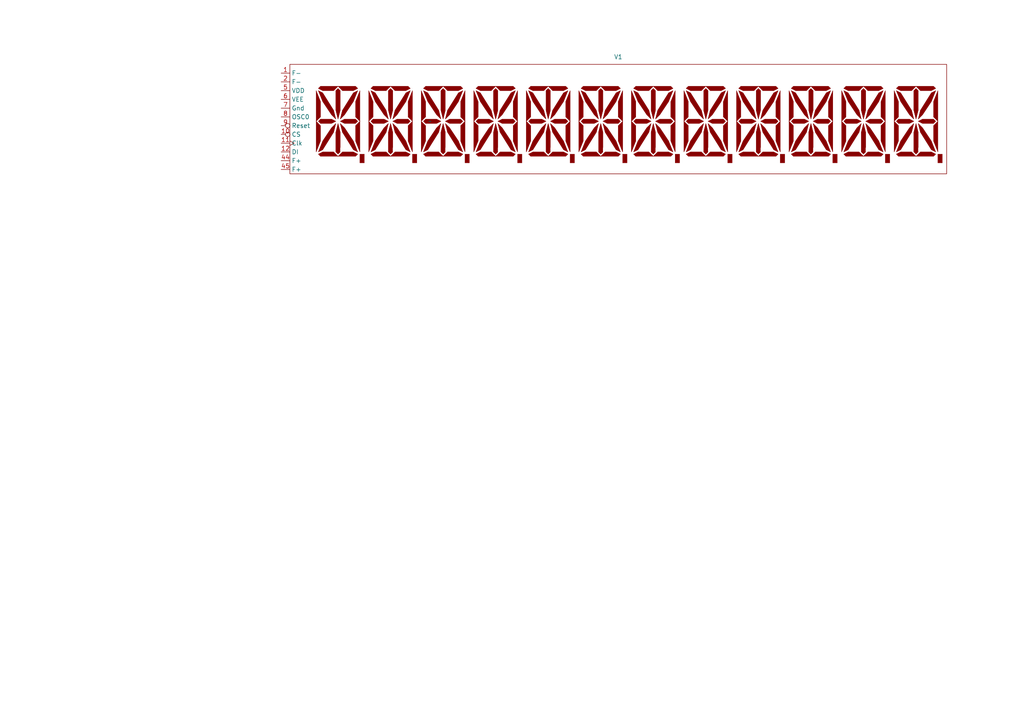
<source format=kicad_sch>
(kicad_sch (version 20230121) (generator eeschema)
  (paper "A4")
  (lib_symbols
    (symbol "MyLib:VFD__HCS_12SS59T"
      (property "Reference" "V" (at 3.81 0 0))
      (symbol "VFD__HCS_12SS59T_0_1"
        (polyline (pts (xy -36.83 16.51) (xy 153.67 16.51) (xy 153.67 -15.24) (xy -36.83 -15.24) (xy -36.83 16.51)))
        (polyline (pts (xy -29.21 -8.89) (xy -29.21 0) (xy -27.94 -1.27) (xy -27.94 -5.715) (xy -29.21 -8.89)) (stroke (width 0.1016)) (fill (type outline)))
        (polyline (pts (xy -29.21 8.89) (xy -29.21 0) (xy -27.94 1.27) (xy -27.94 5.715) (xy -29.21 8.89)) (stroke (width 0.1016)) (fill (type outline)))
        (polyline (pts (xy -16.51 -9.525) (xy -16.51 -12.065) (xy -15.24 -12.065) (xy -15.24 -9.525) (xy -16.51 -9.525)) (stroke (width 0.1016)) (fill (type outline)))
        (polyline (pts (xy -16.51 -8.89) (xy -16.51 0) (xy -17.78 -1.27) (xy -17.78 -5.715) (xy -16.51 -8.89)) (stroke (width 0.1016)) (fill (type outline)))
        (polyline (pts (xy -16.51 8.89) (xy -16.51 0) (xy -17.78 1.27) (xy -17.78 5.715) (xy -16.51 8.89)) (stroke (width 0.1016)) (fill (type outline)))
        (polyline (pts (xy -13.97 -8.89) (xy -13.97 0) (xy -12.7 -1.27) (xy -12.7 -5.715) (xy -13.97 -8.89)) (stroke (width 0.1016)) (fill (type outline)))
        (polyline (pts (xy -13.97 8.89) (xy -13.97 0) (xy -12.7 1.27) (xy -12.7 5.715) (xy -13.97 8.89)) (stroke (width 0.1016)) (fill (type outline)))
        (polyline (pts (xy -1.27 -9.525) (xy -1.27 -12.065) (xy 0 -12.065) (xy 0 -9.525) (xy -1.27 -9.525)) (stroke (width 0.1016)) (fill (type outline)))
        (polyline (pts (xy -1.27 -8.89) (xy -1.27 0) (xy -2.54 -1.27) (xy -2.54 -5.715) (xy -1.27 -8.89)) (stroke (width 0.1016)) (fill (type outline)))
        (polyline (pts (xy -1.27 8.89) (xy -1.27 0) (xy -2.54 1.27) (xy -2.54 5.715) (xy -1.27 8.89)) (stroke (width 0.1016)) (fill (type outline)))
        (polyline (pts (xy 1.27 -8.89) (xy 1.27 0) (xy 2.54 -1.27) (xy 2.54 -5.715) (xy 1.27 -8.89)) (stroke (width 0.1016)) (fill (type outline)))
        (polyline (pts (xy 1.27 8.89) (xy 1.27 0) (xy 2.54 1.27) (xy 2.54 5.715) (xy 1.27 8.89)) (stroke (width 0.1016)) (fill (type outline)))
        (polyline (pts (xy 13.97 -9.525) (xy 13.97 -12.065) (xy 15.24 -12.065) (xy 15.24 -9.525) (xy 13.97 -9.525)) (stroke (width 0.1016)) (fill (type outline)))
        (polyline (pts (xy 13.97 -8.89) (xy 13.97 0) (xy 12.7 -1.27) (xy 12.7 -5.715) (xy 13.97 -8.89)) (stroke (width 0.1016)) (fill (type outline)))
        (polyline (pts (xy 13.97 8.89) (xy 13.97 0) (xy 12.7 1.27) (xy 12.7 5.715) (xy 13.97 8.89)) (stroke (width 0.1016)) (fill (type outline)))
        (polyline (pts (xy 16.51 -8.89) (xy 16.51 0) (xy 17.78 -1.27) (xy 17.78 -5.715) (xy 16.51 -8.89)) (stroke (width 0.1016)) (fill (type outline)))
        (polyline (pts (xy 16.51 8.89) (xy 16.51 0) (xy 17.78 1.27) (xy 17.78 5.715) (xy 16.51 8.89)) (stroke (width 0.1016)) (fill (type outline)))
        (polyline (pts (xy 29.21 -9.525) (xy 29.21 -12.065) (xy 30.48 -12.065) (xy 30.48 -9.525) (xy 29.21 -9.525)) (stroke (width 0.1016)) (fill (type outline)))
        (polyline (pts (xy 29.21 -8.89) (xy 29.21 0) (xy 27.94 -1.27) (xy 27.94 -5.715) (xy 29.21 -8.89)) (stroke (width 0.1016)) (fill (type outline)))
        (polyline (pts (xy 29.21 8.89) (xy 29.21 0) (xy 27.94 1.27) (xy 27.94 5.715) (xy 29.21 8.89)) (stroke (width 0.1016)) (fill (type outline)))
        (polyline (pts (xy 31.75 -8.89) (xy 31.75 0) (xy 33.02 -1.27) (xy 33.02 -5.715) (xy 31.75 -8.89)) (stroke (width 0.1016)) (fill (type outline)))
        (polyline (pts (xy 31.75 8.89) (xy 31.75 0) (xy 33.02 1.27) (xy 33.02 5.715) (xy 31.75 8.89)) (stroke (width 0.1016)) (fill (type outline)))
        (polyline (pts (xy 44.45 -9.525) (xy 44.45 -12.065) (xy 45.72 -12.065) (xy 45.72 -9.525) (xy 44.45 -9.525)) (stroke (width 0.1016)) (fill (type outline)))
        (polyline (pts (xy 44.45 -8.89) (xy 44.45 0) (xy 43.18 -1.27) (xy 43.18 -5.715) (xy 44.45 -8.89)) (stroke (width 0.1016)) (fill (type outline)))
        (polyline (pts (xy 44.45 8.89) (xy 44.45 0) (xy 43.18 1.27) (xy 43.18 5.715) (xy 44.45 8.89)) (stroke (width 0.1016)) (fill (type outline)))
        (polyline (pts (xy 46.99 -8.89) (xy 46.99 0) (xy 48.26 -1.27) (xy 48.26 -5.715) (xy 46.99 -8.89)) (stroke (width 0.1016)) (fill (type outline)))
        (polyline (pts (xy 46.99 8.89) (xy 46.99 0) (xy 48.26 1.27) (xy 48.26 5.715) (xy 46.99 8.89)) (stroke (width 0.1016)) (fill (type outline)))
        (polyline (pts (xy 59.69 -9.525) (xy 59.69 -12.065) (xy 60.96 -12.065) (xy 60.96 -9.525) (xy 59.69 -9.525)) (stroke (width 0.1016)) (fill (type outline)))
        (polyline (pts (xy 59.69 -8.89) (xy 59.69 0) (xy 58.42 -1.27) (xy 58.42 -5.715) (xy 59.69 -8.89)) (stroke (width 0.1016)) (fill (type outline)))
        (polyline (pts (xy 59.69 8.89) (xy 59.69 0) (xy 58.42 1.27) (xy 58.42 5.715) (xy 59.69 8.89)) (stroke (width 0.1016)) (fill (type outline)))
        (polyline (pts (xy 62.23 -8.89) (xy 62.23 0) (xy 63.5 -1.27) (xy 63.5 -5.715) (xy 62.23 -8.89)) (stroke (width 0.1016)) (fill (type outline)))
        (polyline (pts (xy 62.23 8.89) (xy 62.23 0) (xy 63.5 1.27) (xy 63.5 5.715) (xy 62.23 8.89)) (stroke (width 0.1016)) (fill (type outline)))
        (polyline (pts (xy 74.93 -9.525) (xy 74.93 -12.065) (xy 76.2 -12.065) (xy 76.2 -9.525) (xy 74.93 -9.525)) (stroke (width 0.1016)) (fill (type outline)))
        (polyline (pts (xy 74.93 -8.89) (xy 74.93 0) (xy 73.66 -1.27) (xy 73.66 -5.715) (xy 74.93 -8.89)) (stroke (width 0.1016)) (fill (type outline)))
        (polyline (pts (xy 74.93 8.89) (xy 74.93 0) (xy 73.66 1.27) (xy 73.66 5.715) (xy 74.93 8.89)) (stroke (width 0.1016)) (fill (type outline)))
        (polyline (pts (xy 77.47 -8.89) (xy 77.47 0) (xy 78.74 -1.27) (xy 78.74 -5.715) (xy 77.47 -8.89)) (stroke (width 0.1016)) (fill (type outline)))
        (polyline (pts (xy 77.47 8.89) (xy 77.47 0) (xy 78.74 1.27) (xy 78.74 5.715) (xy 77.47 8.89)) (stroke (width 0.1016)) (fill (type outline)))
        (polyline (pts (xy 90.17 -9.525) (xy 90.17 -12.065) (xy 91.44 -12.065) (xy 91.44 -9.525) (xy 90.17 -9.525)) (stroke (width 0.1016)) (fill (type outline)))
        (polyline (pts (xy 90.17 -8.89) (xy 90.17 0) (xy 88.9 -1.27) (xy 88.9 -5.715) (xy 90.17 -8.89)) (stroke (width 0.1016)) (fill (type outline)))
        (polyline (pts (xy 90.17 8.89) (xy 90.17 0) (xy 88.9 1.27) (xy 88.9 5.715) (xy 90.17 8.89)) (stroke (width 0.1016)) (fill (type outline)))
        (polyline (pts (xy 92.71 -8.89) (xy 92.71 0) (xy 93.98 -1.27) (xy 93.98 -5.715) (xy 92.71 -8.89)) (stroke (width 0.1016)) (fill (type outline)))
        (polyline (pts (xy 92.71 8.89) (xy 92.71 0) (xy 93.98 1.27) (xy 93.98 5.715) (xy 92.71 8.89)) (stroke (width 0.1016)) (fill (type outline)))
        (polyline (pts (xy 105.41 -9.525) (xy 105.41 -12.065) (xy 106.68 -12.065) (xy 106.68 -9.525) (xy 105.41 -9.525)) (stroke (width 0.1016)) (fill (type outline)))
        (polyline (pts (xy 105.41 -8.89) (xy 105.41 0) (xy 104.14 -1.27) (xy 104.14 -5.715) (xy 105.41 -8.89)) (stroke (width 0.1016)) (fill (type outline)))
        (polyline (pts (xy 105.41 8.89) (xy 105.41 0) (xy 104.14 1.27) (xy 104.14 5.715) (xy 105.41 8.89)) (stroke (width 0.1016)) (fill (type outline)))
        (polyline (pts (xy 107.95 -8.89) (xy 107.95 0) (xy 109.22 -1.27) (xy 109.22 -5.715) (xy 107.95 -8.89)) (stroke (width 0.1016)) (fill (type outline)))
        (polyline (pts (xy 107.95 8.89) (xy 107.95 0) (xy 109.22 1.27) (xy 109.22 5.715) (xy 107.95 8.89)) (stroke (width 0.1016)) (fill (type outline)))
        (polyline (pts (xy 120.65 -9.525) (xy 120.65 -12.065) (xy 121.92 -12.065) (xy 121.92 -9.525) (xy 120.65 -9.525)) (stroke (width 0.1016)) (fill (type outline)))
        (polyline (pts (xy 120.65 -8.89) (xy 120.65 0) (xy 119.38 -1.27) (xy 119.38 -5.715) (xy 120.65 -8.89)) (stroke (width 0.1016)) (fill (type outline)))
        (polyline (pts (xy 120.65 8.89) (xy 120.65 0) (xy 119.38 1.27) (xy 119.38 5.715) (xy 120.65 8.89)) (stroke (width 0.1016)) (fill (type outline)))
        (polyline (pts (xy 123.19 -8.89) (xy 123.19 0) (xy 124.46 -1.27) (xy 124.46 -5.715) (xy 123.19 -8.89)) (stroke (width 0.1016)) (fill (type outline)))
        (polyline (pts (xy 123.19 8.89) (xy 123.19 0) (xy 124.46 1.27) (xy 124.46 5.715) (xy 123.19 8.89)) (stroke (width 0.1016)) (fill (type outline)))
        (polyline (pts (xy 135.89 -9.525) (xy 135.89 -12.065) (xy 137.16 -12.065) (xy 137.16 -9.525) (xy 135.89 -9.525)) (stroke (width 0.1016)) (fill (type outline)))
        (polyline (pts (xy 135.89 -8.89) (xy 135.89 0) (xy 134.62 -1.27) (xy 134.62 -5.715) (xy 135.89 -8.89)) (stroke (width 0.1016)) (fill (type outline)))
        (polyline (pts (xy 135.89 8.89) (xy 135.89 0) (xy 134.62 1.27) (xy 134.62 5.715) (xy 135.89 8.89)) (stroke (width 0.1016)) (fill (type outline)))
        (polyline (pts (xy 138.43 -8.89) (xy 138.43 0) (xy 139.7 -1.27) (xy 139.7 -5.715) (xy 138.43 -8.89)) (stroke (width 0.1016)) (fill (type outline)))
        (polyline (pts (xy 138.43 8.89) (xy 138.43 0) (xy 139.7 1.27) (xy 139.7 5.715) (xy 138.43 8.89)) (stroke (width 0.1016)) (fill (type outline)))
        (polyline (pts (xy 151.13 -9.525) (xy 151.13 -12.065) (xy 152.4 -12.065) (xy 152.4 -9.525) (xy 151.13 -9.525)) (stroke (width 0.1016)) (fill (type outline)))
        (polyline (pts (xy 151.13 -8.89) (xy 151.13 0) (xy 149.86 -1.27) (xy 149.86 -5.715) (xy 151.13 -8.89)) (stroke (width 0.1016)) (fill (type outline)))
        (polyline (pts (xy 151.13 8.89) (xy 151.13 0) (xy 149.86 1.27) (xy 149.86 5.715) (xy 151.13 8.89)) (stroke (width 0.1016)) (fill (type outline)))
        (polyline (pts (xy -28.575 -9.525) (xy -27.94 -10.16) (xy -22.86 -10.16) (xy -24.13 -8.89) (xy -27.305 -8.89) (xy -28.575 -9.525)) (stroke (width 0.1016)) (fill (type outline)))
        (polyline (pts (xy -28.575 9.525) (xy -27.94 10.16) (xy -22.86 10.16) (xy -24.13 8.89) (xy -27.305 8.89) (xy -28.575 9.525)) (stroke (width 0.1016)) (fill (type outline)))
        (polyline (pts (xy -17.145 -9.525) (xy -17.78 -10.16) (xy -22.86 -10.16) (xy -21.59 -8.89) (xy -18.415 -8.89) (xy -17.145 -9.525)) (stroke (width 0.1016)) (fill (type outline)))
        (polyline (pts (xy -17.145 9.525) (xy -17.78 10.16) (xy -22.86 10.16) (xy -21.59 8.89) (xy -18.415 8.89) (xy -17.145 9.525)) (stroke (width 0.1016)) (fill (type outline)))
        (polyline (pts (xy -13.335 -9.525) (xy -12.7 -10.16) (xy -7.62 -10.16) (xy -8.89 -8.89) (xy -12.065 -8.89) (xy -13.335 -9.525)) (stroke (width 0.1016)) (fill (type outline)))
        (polyline (pts (xy -13.335 9.525) (xy -12.7 10.16) (xy -7.62 10.16) (xy -8.89 8.89) (xy -12.065 8.89) (xy -13.335 9.525)) (stroke (width 0.1016)) (fill (type outline)))
        (polyline (pts (xy -1.905 -9.525) (xy -2.54 -10.16) (xy -7.62 -10.16) (xy -6.35 -8.89) (xy -3.175 -8.89) (xy -1.905 -9.525)) (stroke (width 0.1016)) (fill (type outline)))
        (polyline (pts (xy -1.905 9.525) (xy -2.54 10.16) (xy -7.62 10.16) (xy -6.35 8.89) (xy -3.175 8.89) (xy -1.905 9.525)) (stroke (width 0.1016)) (fill (type outline)))
        (polyline (pts (xy 1.905 -9.525) (xy 2.54 -10.16) (xy 7.62 -10.16) (xy 6.35 -8.89) (xy 3.175 -8.89) (xy 1.905 -9.525)) (stroke (width 0.1016)) (fill (type outline)))
        (polyline (pts (xy 1.905 9.525) (xy 2.54 10.16) (xy 7.62 10.16) (xy 6.35 8.89) (xy 3.175 8.89) (xy 1.905 9.525)) (stroke (width 0.1016)) (fill (type outline)))
        (polyline (pts (xy 13.335 -9.525) (xy 12.7 -10.16) (xy 7.62 -10.16) (xy 8.89 -8.89) (xy 12.065 -8.89) (xy 13.335 -9.525)) (stroke (width 0.1016)) (fill (type outline)))
        (polyline (pts (xy 13.335 9.525) (xy 12.7 10.16) (xy 7.62 10.16) (xy 8.89 8.89) (xy 12.065 8.89) (xy 13.335 9.525)) (stroke (width 0.1016)) (fill (type outline)))
        (polyline (pts (xy 17.145 -9.525) (xy 17.78 -10.16) (xy 22.86 -10.16) (xy 21.59 -8.89) (xy 18.415 -8.89) (xy 17.145 -9.525)) (stroke (width 0.1016)) (fill (type outline)))
        (polyline (pts (xy 17.145 9.525) (xy 17.78 10.16) (xy 22.86 10.16) (xy 21.59 8.89) (xy 18.415 8.89) (xy 17.145 9.525)) (stroke (width 0.1016)) (fill (type outline)))
        (polyline (pts (xy 28.575 -9.525) (xy 27.94 -10.16) (xy 22.86 -10.16) (xy 24.13 -8.89) (xy 27.305 -8.89) (xy 28.575 -9.525)) (stroke (width 0.1016)) (fill (type outline)))
        (polyline (pts (xy 28.575 9.525) (xy 27.94 10.16) (xy 22.86 10.16) (xy 24.13 8.89) (xy 27.305 8.89) (xy 28.575 9.525)) (stroke (width 0.1016)) (fill (type outline)))
        (polyline (pts (xy 32.385 -9.525) (xy 33.02 -10.16) (xy 38.1 -10.16) (xy 36.83 -8.89) (xy 33.655 -8.89) (xy 32.385 -9.525)) (stroke (width 0.1016)) (fill (type outline)))
        (polyline (pts (xy 32.385 9.525) (xy 33.02 10.16) (xy 38.1 10.16) (xy 36.83 8.89) (xy 33.655 8.89) (xy 32.385 9.525)) (stroke (width 0.1016)) (fill (type outline)))
        (polyline (pts (xy 43.815 -9.525) (xy 43.18 -10.16) (xy 38.1 -10.16) (xy 39.37 -8.89) (xy 42.545 -8.89) (xy 43.815 -9.525)) (stroke (width 0.1016)) (fill (type outline)))
        (polyline (pts (xy 43.815 9.525) (xy 43.18 10.16) (xy 38.1 10.16) (xy 39.37 8.89) (xy 42.545 8.89) (xy 43.815 9.525)) (stroke (width 0.1016)) (fill (type outline)))
        (polyline (pts (xy 47.625 -9.525) (xy 48.26 -10.16) (xy 53.34 -10.16) (xy 52.07 -8.89) (xy 48.895 -8.89) (xy 47.625 -9.525)) (stroke (width 0.1016)) (fill (type outline)))
        (polyline (pts (xy 47.625 9.525) (xy 48.26 10.16) (xy 53.34 10.16) (xy 52.07 8.89) (xy 48.895 8.89) (xy 47.625 9.525)) (stroke (width 0.1016)) (fill (type outline)))
        (polyline (pts (xy 59.055 -9.525) (xy 58.42 -10.16) (xy 53.34 -10.16) (xy 54.61 -8.89) (xy 57.785 -8.89) (xy 59.055 -9.525)) (stroke (width 0.1016)) (fill (type outline)))
        (polyline (pts (xy 59.055 9.525) (xy 58.42 10.16) (xy 53.34 10.16) (xy 54.61 8.89) (xy 57.785 8.89) (xy 59.055 9.525)) (stroke (width 0.1016)) (fill (type outline)))
        (polyline (pts (xy 62.865 -9.525) (xy 63.5 -10.16) (xy 68.58 -10.16) (xy 67.31 -8.89) (xy 64.135 -8.89) (xy 62.865 -9.525)) (stroke (width 0.1016)) (fill (type outline)))
        (polyline (pts (xy 62.865 9.525) (xy 63.5 10.16) (xy 68.58 10.16) (xy 67.31 8.89) (xy 64.135 8.89) (xy 62.865 9.525)) (stroke (width 0.1016)) (fill (type outline)))
        (polyline (pts (xy 74.295 -9.525) (xy 73.66 -10.16) (xy 68.58 -10.16) (xy 69.85 -8.89) (xy 73.025 -8.89) (xy 74.295 -9.525)) (stroke (width 0.1016)) (fill (type outline)))
        (polyline (pts (xy 74.295 9.525) (xy 73.66 10.16) (xy 68.58 10.16) (xy 69.85 8.89) (xy 73.025 8.89) (xy 74.295 9.525)) (stroke (width 0.1016)) (fill (type outline)))
        (polyline (pts (xy 78.105 -9.525) (xy 78.74 -10.16) (xy 83.82 -10.16) (xy 82.55 -8.89) (xy 79.375 -8.89) (xy 78.105 -9.525)) (stroke (width 0.1016)) (fill (type outline)))
        (polyline (pts (xy 78.105 9.525) (xy 78.74 10.16) (xy 83.82 10.16) (xy 82.55 8.89) (xy 79.375 8.89) (xy 78.105 9.525)) (stroke (width 0.1016)) (fill (type outline)))
        (polyline (pts (xy 89.535 -9.525) (xy 88.9 -10.16) (xy 83.82 -10.16) (xy 85.09 -8.89) (xy 88.265 -8.89) (xy 89.535 -9.525)) (stroke (width 0.1016)) (fill (type outline)))
        (polyline (pts (xy 89.535 9.525) (xy 88.9 10.16) (xy 83.82 10.16) (xy 85.09 8.89) (xy 88.265 8.89) (xy 89.535 9.525)) (stroke (width 0.1016)) (fill (type outline)))
        (polyline (pts (xy 93.345 -9.525) (xy 93.98 -10.16) (xy 99.06 -10.16) (xy 97.79 -8.89) (xy 94.615 -8.89) (xy 93.345 -9.525)) (stroke (width 0.1016)) (fill (type outline)))
        (polyline (pts (xy 93.345 9.525) (xy 93.98 10.16) (xy 99.06 10.16) (xy 97.79 8.89) (xy 94.615 8.89) (xy 93.345 9.525)) (stroke (width 0.1016)) (fill (type outline)))
        (polyline (pts (xy 104.775 -9.525) (xy 104.14 -10.16) (xy 99.06 -10.16) (xy 100.33 -8.89) (xy 103.505 -8.89) (xy 104.775 -9.525)) (stroke (width 0.1016)) (fill (type outline)))
        (polyline (pts (xy 104.775 9.525) (xy 104.14 10.16) (xy 99.06 10.16) (xy 100.33 8.89) (xy 103.505 8.89) (xy 104.775 9.525)) (stroke (width 0.1016)) (fill (type outline)))
        (polyline (pts (xy 108.585 -9.525) (xy 109.22 -10.16) (xy 114.3 -10.16) (xy 113.03 -8.89) (xy 109.855 -8.89) (xy 108.585 -9.525)) (stroke (width 0.1016)) (fill (type outline)))
        (polyline (pts (xy 108.585 9.525) (xy 109.22 10.16) (xy 114.3 10.16) (xy 113.03 8.89) (xy 109.855 8.89) (xy 108.585 9.525)) (stroke (width 0.1016)) (fill (type outline)))
        (polyline (pts (xy 120.015 -9.525) (xy 119.38 -10.16) (xy 114.3 -10.16) (xy 115.57 -8.89) (xy 118.745 -8.89) (xy 120.015 -9.525)) (stroke (width 0.1016)) (fill (type outline)))
        (polyline (pts (xy 120.015 9.525) (xy 119.38 10.16) (xy 114.3 10.16) (xy 115.57 8.89) (xy 118.745 8.89) (xy 120.015 9.525)) (stroke (width 0.1016)) (fill (type outline)))
        (polyline (pts (xy 123.825 -9.525) (xy 124.46 -10.16) (xy 129.54 -10.16) (xy 128.27 -8.89) (xy 125.095 -8.89) (xy 123.825 -9.525)) (stroke (width 0.1016)) (fill (type outline)))
        (polyline (pts (xy 123.825 9.525) (xy 124.46 10.16) (xy 129.54 10.16) (xy 128.27 8.89) (xy 125.095 8.89) (xy 123.825 9.525)) (stroke (width 0.1016)) (fill (type outline)))
        (polyline (pts (xy 135.255 -9.525) (xy 134.62 -10.16) (xy 129.54 -10.16) (xy 130.81 -8.89) (xy 133.985 -8.89) (xy 135.255 -9.525)) (stroke (width 0.1016)) (fill (type outline)))
        (polyline (pts (xy 135.255 9.525) (xy 134.62 10.16) (xy 129.54 10.16) (xy 130.81 8.89) (xy 133.985 8.89) (xy 135.255 9.525)) (stroke (width 0.1016)) (fill (type outline)))
        (polyline (pts (xy 139.065 -9.525) (xy 139.7 -10.16) (xy 144.78 -10.16) (xy 143.51 -8.89) (xy 140.335 -8.89) (xy 139.065 -9.525)) (stroke (width 0.1016)) (fill (type outline)))
        (polyline (pts (xy 139.065 9.525) (xy 139.7 10.16) (xy 144.78 10.16) (xy 143.51 8.89) (xy 140.335 8.89) (xy 139.065 9.525)) (stroke (width 0.1016)) (fill (type outline)))
        (polyline (pts (xy 150.495 -9.525) (xy 149.86 -10.16) (xy 144.78 -10.16) (xy 146.05 -8.89) (xy 149.225 -8.89) (xy 150.495 -9.525)) (stroke (width 0.1016)) (fill (type outline)))
        (polyline (pts (xy 150.495 9.525) (xy 149.86 10.16) (xy 144.78 10.16) (xy 146.05 8.89) (xy 149.225 8.89) (xy 150.495 9.525)) (stroke (width 0.1016)) (fill (type outline)))
        (polyline (pts (xy -27.94 0.635) (xy -28.575 0) (xy -27.94 -0.635) (xy -24.765 -0.635) (xy -23.495 0) (xy -24.765 0.635) (xy -27.94 0.635)) (stroke (width 0.1016)) (fill (type outline)))
        (polyline (pts (xy -27.305 -5.715) (xy -24.765 -1.905) (xy -23.495 -0.635) (xy -24.13 -3.175) (xy -27.305 -8.255) (xy -28.575 -8.89) (xy -27.305 -5.715)) (stroke (width 0.1016)) (fill (type outline)))
        (polyline (pts (xy -27.305 5.715) (xy -24.765 1.905) (xy -23.495 0.635) (xy -24.13 3.175) (xy -27.305 8.255) (xy -28.575 8.89) (xy -27.305 5.715)) (stroke (width 0.1016)) (fill (type outline)))
        (polyline (pts (xy -22.225 -7.62) (xy -22.225 -3.175) (xy -22.86 -0.635) (xy -23.495 -3.175) (xy -23.495 -8.89) (xy -22.86 -9.525) (xy -22.225 -8.89)) (stroke (width 0.1016)) (fill (type outline)))
        (polyline (pts (xy -22.225 3.175) (xy -22.225 8.89) (xy -22.86 9.525) (xy -23.495 8.89) (xy -23.495 3.175) (xy -22.86 0.635) (xy -22.225 3.175)) (stroke (width 0.1016)) (fill (type outline)))
        (polyline (pts (xy -20.955 0.635) (xy -22.225 0) (xy -20.955 -0.635) (xy -17.78 -0.635) (xy -17.145 0) (xy -17.78 0.635) (xy -20.955 0.635)) (stroke (width 0.1016)) (fill (type outline)))
        (polyline (pts (xy -18.415 -5.715) (xy -20.955 -1.905) (xy -22.225 -0.635) (xy -21.59 -3.175) (xy -18.415 -8.255) (xy -17.145 -8.89) (xy -18.415 -5.715)) (stroke (width 0.1016)) (fill (type outline)))
        (polyline (pts (xy -18.415 5.715) (xy -20.955 1.905) (xy -22.225 0.635) (xy -21.59 3.175) (xy -18.415 8.255) (xy -17.145 8.89) (xy -18.415 5.715)) (stroke (width 0.1016)) (fill (type outline)))
        (polyline (pts (xy -12.7 0.635) (xy -13.335 0) (xy -12.7 -0.635) (xy -9.525 -0.635) (xy -8.255 0) (xy -9.525 0.635) (xy -12.7 0.635)) (stroke (width 0.1016)) (fill (type outline)))
        (polyline (pts (xy -12.065 -5.715) (xy -9.525 -1.905) (xy -8.255 -0.635) (xy -8.89 -3.175) (xy -12.065 -8.255) (xy -13.335 -8.89) (xy -12.065 -5.715)) (stroke (width 0.1016)) (fill (type outline)))
        (polyline (pts (xy -12.065 5.715) (xy -9.525 1.905) (xy -8.255 0.635) (xy -8.89 3.175) (xy -12.065 8.255) (xy -13.335 8.89) (xy -12.065 5.715)) (stroke (width 0.1016)) (fill (type outline)))
        (polyline (pts (xy -6.985 -7.62) (xy -6.985 -3.175) (xy -7.62 -0.635) (xy -8.255 -3.175) (xy -8.255 -8.89) (xy -7.62 -9.525) (xy -6.985 -8.89)) (stroke (width 0.1016)) (fill (type outline)))
        (polyline (pts (xy -6.985 3.175) (xy -6.985 8.89) (xy -7.62 9.525) (xy -8.255 8.89) (xy -8.255 3.175) (xy -7.62 0.635) (xy -6.985 3.175)) (stroke (width 0.1016)) (fill (type outline)))
        (polyline (pts (xy -5.715 0.635) (xy -6.985 0) (xy -5.715 -0.635) (xy -2.54 -0.635) (xy -1.905 0) (xy -2.54 0.635) (xy -5.715 0.635)) (stroke (width 0.1016)) (fill (type outline)))
        (polyline (pts (xy -3.175 -5.715) (xy -5.715 -1.905) (xy -6.985 -0.635) (xy -6.35 -3.175) (xy -3.175 -8.255) (xy -1.905 -8.89) (xy -3.175 -5.715)) (stroke (width 0.1016)) (fill (type outline)))
        (polyline (pts (xy -3.175 5.715) (xy -5.715 1.905) (xy -6.985 0.635) (xy -6.35 3.175) (xy -3.175 8.255) (xy -1.905 8.89) (xy -3.175 5.715)) (stroke (width 0.1016)) (fill (type outline)))
        (polyline (pts (xy 2.54 0.635) (xy 1.905 0) (xy 2.54 -0.635) (xy 5.715 -0.635) (xy 6.985 0) (xy 5.715 0.635) (xy 2.54 0.635)) (stroke (width 0.1016)) (fill (type outline)))
        (polyline (pts (xy 3.175 -5.715) (xy 5.715 -1.905) (xy 6.985 -0.635) (xy 6.35 -3.175) (xy 3.175 -8.255) (xy 1.905 -8.89) (xy 3.175 -5.715)) (stroke (width 0.1016)) (fill (type outline)))
        (polyline (pts (xy 3.175 5.715) (xy 5.715 1.905) (xy 6.985 0.635) (xy 6.35 3.175) (xy 3.175 8.255) (xy 1.905 8.89) (xy 3.175 5.715)) (stroke (width 0.1016)) (fill (type outline)))
        (polyline (pts (xy 8.255 -7.62) (xy 8.255 -3.175) (xy 7.62 -0.635) (xy 6.985 -3.175) (xy 6.985 -8.89) (xy 7.62 -9.525) (xy 8.255 -8.89)) (stroke (width 0.1016)) (fill (type outline)))
        (polyline (pts (xy 8.255 3.175) (xy 8.255 8.89) (xy 7.62 9.525) (xy 6.985 8.89) (xy 6.985 3.175) (xy 7.62 0.635) (xy 8.255 3.175)) (stroke (width 0.1016)) (fill (type outline)))
        (polyline (pts (xy 9.525 0.635) (xy 8.255 0) (xy 9.525 -0.635) (xy 12.7 -0.635) (xy 13.335 0) (xy 12.7 0.635) (xy 9.525 0.635)) (stroke (width 0.1016)) (fill (type outline)))
        (polyline (pts (xy 12.065 -5.715) (xy 9.525 -1.905) (xy 8.255 -0.635) (xy 8.89 -3.175) (xy 12.065 -8.255) (xy 13.335 -8.89) (xy 12.065 -5.715)) (stroke (width 0.1016)) (fill (type outline)))
        (polyline (pts (xy 12.065 5.715) (xy 9.525 1.905) (xy 8.255 0.635) (xy 8.89 3.175) (xy 12.065 8.255) (xy 13.335 8.89) (xy 12.065 5.715)) (stroke (width 0.1016)) (fill (type outline)))
        (polyline (pts (xy 17.78 0.635) (xy 17.145 0) (xy 17.78 -0.635) (xy 20.955 -0.635) (xy 22.225 0) (xy 20.955 0.635) (xy 17.78 0.635)) (stroke (width 0.1016)) (fill (type outline)))
        (polyline (pts (xy 18.415 -5.715) (xy 20.955 -1.905) (xy 22.225 -0.635) (xy 21.59 -3.175) (xy 18.415 -8.255) (xy 17.145 -8.89) (xy 18.415 -5.715)) (stroke (width 0.1016)) (fill (type outline)))
        (polyline (pts (xy 18.415 5.715) (xy 20.955 1.905) (xy 22.225 0.635) (xy 21.59 3.175) (xy 18.415 8.255) (xy 17.145 8.89) (xy 18.415 5.715)) (stroke (width 0.1016)) (fill (type outline)))
        (polyline (pts (xy 23.495 -7.62) (xy 23.495 -3.175) (xy 22.86 -0.635) (xy 22.225 -3.175) (xy 22.225 -8.89) (xy 22.86 -9.525) (xy 23.495 -8.89)) (stroke (width 0.1016)) (fill (type outline)))
        (polyline (pts (xy 23.495 3.175) (xy 23.495 8.89) (xy 22.86 9.525) (xy 22.225 8.89) (xy 22.225 3.175) (xy 22.86 0.635) (xy 23.495 3.175)) (stroke (width 0.1016)) (fill (type outline)))
        (polyline (pts (xy 24.765 0.635) (xy 23.495 0) (xy 24.765 -0.635) (xy 27.94 -0.635) (xy 28.575 0) (xy 27.94 0.635) (xy 24.765 0.635)) (stroke (width 0.1016)) (fill (type outline)))
        (polyline (pts (xy 27.305 -5.715) (xy 24.765 -1.905) (xy 23.495 -0.635) (xy 24.13 -3.175) (xy 27.305 -8.255) (xy 28.575 -8.89) (xy 27.305 -5.715)) (stroke (width 0.1016)) (fill (type outline)))
        (polyline (pts (xy 27.305 5.715) (xy 24.765 1.905) (xy 23.495 0.635) (xy 24.13 3.175) (xy 27.305 8.255) (xy 28.575 8.89) (xy 27.305 5.715)) (stroke (width 0.1016)) (fill (type outline)))
        (polyline (pts (xy 33.02 0.635) (xy 32.385 0) (xy 33.02 -0.635) (xy 36.195 -0.635) (xy 37.465 0) (xy 36.195 0.635) (xy 33.02 0.635)) (stroke (width 0.1016)) (fill (type outline)))
        (polyline (pts (xy 33.655 -5.715) (xy 36.195 -1.905) (xy 37.465 -0.635) (xy 36.83 -3.175) (xy 33.655 -8.255) (xy 32.385 -8.89) (xy 33.655 -5.715)) (stroke (width 0.1016)) (fill (type outline)))
        (polyline (pts (xy 33.655 5.715) (xy 36.195 1.905) (xy 37.465 0.635) (xy 36.83 3.175) (xy 33.655 8.255) (xy 32.385 8.89) (xy 33.655 5.715)) (stroke (width 0.1016)) (fill (type outline)))
        (polyline (pts (xy 38.735 -7.62) (xy 38.735 -3.175) (xy 38.1 -0.635) (xy 37.465 -3.175) (xy 37.465 -8.89) (xy 38.1 -9.525) (xy 38.735 -8.89)) (stroke (width 0.1016)) (fill (type outline)))
        (polyline (pts (xy 38.735 3.175) (xy 38.735 8.89) (xy 38.1 9.525) (xy 37.465 8.89) (xy 37.465 3.175) (xy 38.1 0.635) (xy 38.735 3.175)) (stroke (width 0.1016)) (fill (type outline)))
        (polyline (pts (xy 40.005 0.635) (xy 38.735 0) (xy 40.005 -0.635) (xy 43.18 -0.635) (xy 43.815 0) (xy 43.18 0.635) (xy 40.005 0.635)) (stroke (width 0.1016)) (fill (type outline)))
        (polyline (pts (xy 42.545 -5.715) (xy 40.005 -1.905) (xy 38.735 -0.635) (xy 39.37 -3.175) (xy 42.545 -8.255) (xy 43.815 -8.89) (xy 42.545 -5.715)) (stroke (width 0.1016)) (fill (type outline)))
        (polyline (pts (xy 42.545 5.715) (xy 40.005 1.905) (xy 38.735 0.635) (xy 39.37 3.175) (xy 42.545 8.255) (xy 43.815 8.89) (xy 42.545 5.715)) (stroke (width 0.1016)) (fill (type outline)))
        (polyline (pts (xy 48.26 0.635) (xy 47.625 0) (xy 48.26 -0.635) (xy 51.435 -0.635) (xy 52.705 0) (xy 51.435 0.635) (xy 48.26 0.635)) (stroke (width 0.1016)) (fill (type outline)))
        (polyline (pts (xy 48.895 -5.715) (xy 51.435 -1.905) (xy 52.705 -0.635) (xy 52.07 -3.175) (xy 48.895 -8.255) (xy 47.625 -8.89) (xy 48.895 -5.715)) (stroke (width 0.1016)) (fill (type outline)))
        (polyline (pts (xy 48.895 5.715) (xy 51.435 1.905) (xy 52.705 0.635) (xy 52.07 3.175) (xy 48.895 8.255) (xy 47.625 8.89) (xy 48.895 5.715)) (stroke (width 0.1016)) (fill (type outline)))
        (polyline (pts (xy 53.975 -7.62) (xy 53.975 -3.175) (xy 53.34 -0.635) (xy 52.705 -3.175) (xy 52.705 -8.89) (xy 53.34 -9.525) (xy 53.975 -8.89)) (stroke (width 0.1016)) (fill (type outline)))
        (polyline (pts (xy 53.975 3.175) (xy 53.975 8.89) (xy 53.34 9.525) (xy 52.705 8.89) (xy 52.705 3.175) (xy 53.34 0.635) (xy 53.975 3.175)) (stroke (width 0.1016)) (fill (type outline)))
        (polyline (pts (xy 55.245 0.635) (xy 53.975 0) (xy 55.245 -0.635) (xy 58.42 -0.635) (xy 59.055 0) (xy 58.42 0.635) (xy 55.245 0.635)) (stroke (width 0.1016)) (fill (type outline)))
        (polyline (pts (xy 57.785 -5.715) (xy 55.245 -1.905) (xy 53.975 -0.635) (xy 54.61 -3.175) (xy 57.785 -8.255) (xy 59.055 -8.89) (xy 57.785 -5.715)) (stroke (width 0.1016)) (fill (type outline)))
        (polyline (pts (xy 57.785 5.715) (xy 55.245 1.905) (xy 53.975 0.635) (xy 54.61 3.175) (xy 57.785 8.255) (xy 59.055 8.89) (xy 57.785 5.715)) (stroke (width 0.1016)) (fill (type outline)))
        (polyline (pts (xy 63.5 0.635) (xy 62.865 0) (xy 63.5 -0.635) (xy 66.675 -0.635) (xy 67.945 0) (xy 66.675 0.635) (xy 63.5 0.635)) (stroke (width 0.1016)) (fill (type outline)))
        (polyline (pts (xy 64.135 -5.715) (xy 66.675 -1.905) (xy 67.945 -0.635) (xy 67.31 -3.175) (xy 64.135 -8.255) (xy 62.865 -8.89) (xy 64.135 -5.715)) (stroke (width 0.1016)) (fill (type outline)))
        (polyline (pts (xy 64.135 5.715) (xy 66.675 1.905) (xy 67.945 0.635) (xy 67.31 3.175) (xy 64.135 8.255) (xy 62.865 8.89) (xy 64.135 5.715)) (stroke (width 0.1016)) (fill (type outline)))
        (polyline (pts (xy 69.215 -7.62) (xy 69.215 -3.175) (xy 68.58 -0.635) (xy 67.945 -3.175) (xy 67.945 -8.89) (xy 68.58 -9.525) (xy 69.215 -8.89)) (stroke (width 0.1016)) (fill (type outline)))
        (polyline (pts (xy 69.215 3.175) (xy 69.215 8.89) (xy 68.58 9.525) (xy 67.945 8.89) (xy 67.945 3.175) (xy 68.58 0.635) (xy 69.215 3.175)) (stroke (width 0.1016)) (fill (type outline)))
        (polyline (pts (xy 70.485 0.635) (xy 69.215 0) (xy 70.485 -0.635) (xy 73.66 -0.635) (xy 74.295 0) (xy 73.66 0.635) (xy 70.485 0.635)) (stroke (width 0.1016)) (fill (type outline)))
        (polyline (pts (xy 73.025 -5.715) (xy 70.485 -1.905) (xy 69.215 -0.635) (xy 69.85 -3.175) (xy 73.025 -8.255) (xy 74.295 -8.89) (xy 73.025 -5.715)) (stroke (width 0.1016)) (fill (type outline)))
        (polyline (pts (xy 73.025 5.715) (xy 70.485 1.905) (xy 69.215 0.635) (xy 69.85 3.175) (xy 73.025 8.255) (xy 74.295 8.89) (xy 73.025 5.715)) (stroke (width 0.1016)) (fill (type outline)))
        (polyline (pts (xy 78.74 0.635) (xy 78.105 0) (xy 78.74 -0.635) (xy 81.915 -0.635) (xy 83.185 0) (xy 81.915 0.635) (xy 78.74 0.635)) (stroke (width 0.1016)) (fill (type outline)))
        (polyline (pts (xy 79.375 -5.715) (xy 81.915 -1.905) (xy 83.185 -0.635) (xy 82.55 -3.175) (xy 79.375 -8.255) (xy 78.105 -8.89) (xy 79.375 -5.715)) (stroke (width 0.1016)) (fill (type outline)))
        (polyline (pts (xy 79.375 5.715) (xy 81.915 1.905) (xy 83.185 0.635) (xy 82.55 3.175) (xy 79.375 8.255) (xy 78.105 8.89) (xy 79.375 5.715)) (stroke (width 0.1016)) (fill (type outline)))
        (polyline (pts (xy 84.455 -7.62) (xy 84.455 -3.175) (xy 83.82 -0.635) (xy 83.185 -3.175) (xy 83.185 -8.89) (xy 83.82 -9.525) (xy 84.455 -8.89)) (stroke (width 0.1016)) (fill (type outline)))
        (polyline (pts (xy 84.455 3.175) (xy 84.455 8.89) (xy 83.82 9.525) (xy 83.185 8.89) (xy 83.185 3.175) (xy 83.82 0.635) (xy 84.455 3.175)) (stroke (width 0.1016)) (fill (type outline)))
        (polyline (pts (xy 85.725 0.635) (xy 84.455 0) (xy 85.725 -0.635) (xy 88.9 -0.635) (xy 89.535 0) (xy 88.9 0.635) (xy 85.725 0.635)) (stroke (width 0.1016)) (fill (type outline)))
        (polyline (pts (xy 88.265 -5.715) (xy 85.725 -1.905) (xy 84.455 -0.635) (xy 85.09 -3.175) (xy 88.265 -8.255) (xy 89.535 -8.89) (xy 88.265 -5.715)) (stroke (width 0.1016)) (fill (type outline)))
        (polyline (pts (xy 88.265 5.715) (xy 85.725 1.905) (xy 84.455 0.635) (xy 85.09 3.175) (xy 88.265 8.255) (xy 89.535 8.89) (xy 88.265 5.715)) (stroke (width 0.1016)) (fill (type outline)))
        (polyline (pts (xy 93.98 0.635) (xy 93.345 0) (xy 93.98 -0.635) (xy 97.155 -0.635) (xy 98.425 0) (xy 97.155 0.635) (xy 93.98 0.635)) (stroke (width 0.1016)) (fill (type outline)))
        (polyline (pts (xy 94.615 -5.715) (xy 97.155 -1.905) (xy 98.425 -0.635) (xy 97.79 -3.175) (xy 94.615 -8.255) (xy 93.345 -8.89) (xy 94.615 -5.715)) (stroke (width 0.1016)) (fill (type outline)))
        (polyline (pts (xy 94.615 5.715) (xy 97.155 1.905) (xy 98.425 0.635) (xy 97.79 3.175) (xy 94.615 8.255) (xy 93.345 8.89) (xy 94.615 5.715)) (stroke (width 0.1016)) (fill (type outline)))
        (polyline (pts (xy 99.695 -7.62) (xy 99.695 -3.175) (xy 99.06 -0.635) (xy 98.425 -3.175) (xy 98.425 -8.89) (xy 99.06 -9.525) (xy 99.695 -8.89)) (stroke (width 0.1016)) (fill (type outline)))
        (polyline (pts (xy 99.695 3.175) (xy 99.695 8.89) (xy 99.06 9.525) (xy 98.425 8.89) (xy 98.425 3.175) (xy 99.06 0.635) (xy 99.695 3.175)) (stroke (width 0.1016)) (fill (type outline)))
        (polyline (pts (xy 100.965 0.635) (xy 99.695 0) (xy 100.965 -0.635) (xy 104.14 -0.635) (xy 104.775 0) (xy 104.14 0.635) (xy 100.965 0.635)) (stroke (width 0.1016)) (fill (type outline)))
        (polyline (pts (xy 103.505 -5.715) (xy 100.965 -1.905) (xy 99.695 -0.635) (xy 100.33 -3.175) (xy 103.505 -8.255) (xy 104.775 -8.89) (xy 103.505 -5.715)) (stroke (width 0.1016)) (fill (type outline)))
        (polyline (pts (xy 103.505 5.715) (xy 100.965 1.905) (xy 99.695 0.635) (xy 100.33 3.175) (xy 103.505 8.255) (xy 104.775 8.89) (xy 103.505 5.715)) (stroke (width 0.1016)) (fill (type outline)))
        (polyline (pts (xy 109.22 0.635) (xy 108.585 0) (xy 109.22 -0.635) (xy 112.395 -0.635) (xy 113.665 0) (xy 112.395 0.635) (xy 109.22 0.635)) (stroke (width 0.1016)) (fill (type outline)))
        (polyline (pts (xy 109.855 -5.715) (xy 112.395 -1.905) (xy 113.665 -0.635) (xy 113.03 -3.175) (xy 109.855 -8.255) (xy 108.585 -8.89) (xy 109.855 -5.715)) (stroke (width 0.1016)) (fill (type outline)))
        (polyline (pts (xy 109.855 5.715) (xy 112.395 1.905) (xy 113.665 0.635) (xy 113.03 3.175) (xy 109.855 8.255) (xy 108.585 8.89) (xy 109.855 5.715)) (stroke (width 0.1016)) (fill (type outline)))
        (polyline (pts (xy 114.935 -7.62) (xy 114.935 -3.175) (xy 114.3 -0.635) (xy 113.665 -3.175) (xy 113.665 -8.89) (xy 114.3 -9.525) (xy 114.935 -8.89)) (stroke (width 0.1016)) (fill (type outline)))
        (polyline (pts (xy 114.935 3.175) (xy 114.935 8.89) (xy 114.3 9.525) (xy 113.665 8.89) (xy 113.665 3.175) (xy 114.3 0.635) (xy 114.935 3.175)) (stroke (width 0.1016)) (fill (type outline)))
        (polyline (pts (xy 116.205 0.635) (xy 114.935 0) (xy 116.205 -0.635) (xy 119.38 -0.635) (xy 120.015 0) (xy 119.38 0.635) (xy 116.205 0.635)) (stroke (width 0.1016)) (fill (type outline)))
        (polyline (pts (xy 118.745 -5.715) (xy 116.205 -1.905) (xy 114.935 -0.635) (xy 115.57 -3.175) (xy 118.745 -8.255) (xy 120.015 -8.89) (xy 118.745 -5.715)) (stroke (width 0.1016)) (fill (type outline)))
        (polyline (pts (xy 118.745 5.715) (xy 116.205 1.905) (xy 114.935 0.635) (xy 115.57 3.175) (xy 118.745 8.255) (xy 120.015 8.89) (xy 118.745 5.715)) (stroke (width 0.1016)) (fill (type outline)))
        (polyline (pts (xy 124.46 0.635) (xy 123.825 0) (xy 124.46 -0.635) (xy 127.635 -0.635) (xy 128.905 0) (xy 127.635 0.635) (xy 124.46 0.635)) (stroke (width 0.1016)) (fill (type outline)))
        (polyline (pts (xy 125.095 -5.715) (xy 127.635 -1.905) (xy 128.905 -0.635) (xy 128.27 -3.175) (xy 125.095 -8.255) (xy 123.825 -8.89) (xy 125.095 -5.715)) (stroke (width 0.1016)) (fill (type outline)))
        (polyline (pts (xy 125.095 5.715) (xy 127.635 1.905) (xy 128.905 0.635) (xy 128.27 3.175) (xy 125.095 8.255) (xy 123.825 8.89) (xy 125.095 5.715)) (stroke (width 0.1016)) (fill (type outline)))
        (polyline (pts (xy 130.175 -7.62) (xy 130.175 -3.175) (xy 129.54 -0.635) (xy 128.905 -3.175) (xy 128.905 -8.89) (xy 129.54 -9.525) (xy 130.175 -8.89)) (stroke (width 0.1016)) (fill (type outline)))
        (polyline (pts (xy 130.175 3.175) (xy 130.175 8.89) (xy 129.54 9.525) (xy 128.905 8.89) (xy 128.905 3.175) (xy 129.54 0.635) (xy 130.175 3.175)) (stroke (width 0.1016)) (fill (type outline)))
        (polyline (pts (xy 131.445 0.635) (xy 130.175 0) (xy 131.445 -0.635) (xy 134.62 -0.635) (xy 135.255 0) (xy 134.62 0.635) (xy 131.445 0.635)) (stroke (width 0.1016)) (fill (type outline)))
        (polyline (pts (xy 133.985 -5.715) (xy 131.445 -1.905) (xy 130.175 -0.635) (xy 130.81 -3.175) (xy 133.985 -8.255) (xy 135.255 -8.89) (xy 133.985 -5.715)) (stroke (width 0.1016)) (fill (type outline)))
        (polyline (pts (xy 133.985 5.715) (xy 131.445 1.905) (xy 130.175 0.635) (xy 130.81 3.175) (xy 133.985 8.255) (xy 135.255 8.89) (xy 133.985 5.715)) (stroke (width 0.1016)) (fill (type outline)))
        (polyline (pts (xy 139.7 0.635) (xy 139.065 0) (xy 139.7 -0.635) (xy 142.875 -0.635) (xy 144.145 0) (xy 142.875 0.635) (xy 139.7 0.635)) (stroke (width 0.1016)) (fill (type outline)))
        (polyline (pts (xy 140.335 -5.715) (xy 142.875 -1.905) (xy 144.145 -0.635) (xy 143.51 -3.175) (xy 140.335 -8.255) (xy 139.065 -8.89) (xy 140.335 -5.715)) (stroke (width 0.1016)) (fill (type outline)))
        (polyline (pts (xy 140.335 5.715) (xy 142.875 1.905) (xy 144.145 0.635) (xy 143.51 3.175) (xy 140.335 8.255) (xy 139.065 8.89) (xy 140.335 5.715)) (stroke (width 0.1016)) (fill (type outline)))
        (polyline (pts (xy 145.415 -7.62) (xy 145.415 -3.175) (xy 144.78 -0.635) (xy 144.145 -3.175) (xy 144.145 -8.89) (xy 144.78 -9.525) (xy 145.415 -8.89)) (stroke (width 0.1016)) (fill (type outline)))
        (polyline (pts (xy 145.415 3.175) (xy 145.415 8.89) (xy 144.78 9.525) (xy 144.145 8.89) (xy 144.145 3.175) (xy 144.78 0.635) (xy 145.415 3.175)) (stroke (width 0.1016)) (fill (type outline)))
        (polyline (pts (xy 146.685 0.635) (xy 145.415 0) (xy 146.685 -0.635) (xy 149.86 -0.635) (xy 150.495 0) (xy 149.86 0.635) (xy 146.685 0.635)) (stroke (width 0.1016)) (fill (type outline)))
        (polyline (pts (xy 149.225 -5.715) (xy 146.685 -1.905) (xy 145.415 -0.635) (xy 146.05 -3.175) (xy 149.225 -8.255) (xy 150.495 -8.89) (xy 149.225 -5.715)) (stroke (width 0.1016)) (fill (type outline)))
        (polyline (pts (xy 149.225 5.715) (xy 146.685 1.905) (xy 145.415 0.635) (xy 146.05 3.175) (xy 149.225 8.255) (xy 150.495 8.89) (xy 149.225 5.715)) (stroke (width 0.1016)) (fill (type outline)))
      )
      (symbol "VFD__HCS_12SS59T_1_1"
        (pin power_in line (at -39.37 13.97 0) (length 2.54) (name "F-") (number "1"))
        (pin passive inverted (at -39.37 -3.81 0) (length 2.54) (name "CS") (number "10"))
        (pin passive clock (at -39.37 -6.35 0) (length 2.54) (name "Clk") (number "11"))
        (pin passive line (at -39.37 -8.89 0) (length 2.54) (name "DI") (number "12"))
        (pin passive line (at -39.37 11.43 0) (length 2.54) (name "F-") (number "2"))
        (pin passive line (at -39.37 -11.43 0) (length 2.54) (name "F+") (number "44"))
        (pin passive line (at -39.37 -13.97 0) (length 2.54) (name "F+") (number "45"))
        (pin passive line (at -39.37 8.89 0) (length 2.54) (name "VDD") (number "5"))
        (pin passive line (at -39.37 6.35 0) (length 2.54) (name "VEE") (number "6"))
        (pin passive line (at -39.37 3.81 0) (length 2.54) (name "Gnd") (number "7"))
        (pin passive line (at -39.37 1.27 0) (length 2.54) (name "OSC0") (number "8"))
        (pin passive inverted (at -39.37 -1.27 0) (length 2.54) (name "Reset") (number "9"))
      )
    )
  )
  (symbol (lib_id "MyLib:VFD__HCS_12SS59T") (at 120.904 35.179 0) (unit 1)
    (property "Reference" "V1" (at 179.324 16.51 0))
    (property "Value" "~" (at 124.714 35.179 0))
  )
)
</source>
